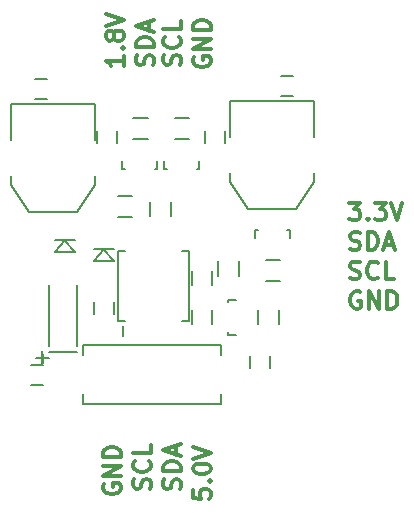
<source format=gbr>
G04 #@! TF.FileFunction,Legend,Top*
%FSLAX46Y46*%
G04 Gerber Fmt 4.6, Leading zero omitted, Abs format (unit mm)*
G04 Created by KiCad (PCBNEW 4.0.2+dfsg1-stable) date Thu 18 Aug 2016 03:04:42 AM CEST*
%MOMM*%
G01*
G04 APERTURE LIST*
%ADD10C,0.100000*%
%ADD11C,0.300000*%
%ADD12C,0.150000*%
G04 APERTURE END LIST*
D10*
D11*
X114058000Y-66122857D02*
X113986571Y-66265714D01*
X113986571Y-66480000D01*
X114058000Y-66694285D01*
X114200857Y-66837143D01*
X114343714Y-66908571D01*
X114629429Y-66980000D01*
X114843714Y-66980000D01*
X115129429Y-66908571D01*
X115272286Y-66837143D01*
X115415143Y-66694285D01*
X115486571Y-66480000D01*
X115486571Y-66337143D01*
X115415143Y-66122857D01*
X115343714Y-66051428D01*
X114843714Y-66051428D01*
X114843714Y-66337143D01*
X115486571Y-65408571D02*
X113986571Y-65408571D01*
X115486571Y-64551428D01*
X113986571Y-64551428D01*
X115486571Y-63837142D02*
X113986571Y-63837142D01*
X113986571Y-63479999D01*
X114058000Y-63265714D01*
X114200857Y-63122856D01*
X114343714Y-63051428D01*
X114629429Y-62979999D01*
X114843714Y-62979999D01*
X115129429Y-63051428D01*
X115272286Y-63122856D01*
X115415143Y-63265714D01*
X115486571Y-63479999D01*
X115486571Y-63837142D01*
X112875143Y-66765714D02*
X112946571Y-66551428D01*
X112946571Y-66194285D01*
X112875143Y-66051428D01*
X112803714Y-65979999D01*
X112660857Y-65908571D01*
X112518000Y-65908571D01*
X112375143Y-65979999D01*
X112303714Y-66051428D01*
X112232286Y-66194285D01*
X112160857Y-66479999D01*
X112089429Y-66622857D01*
X112018000Y-66694285D01*
X111875143Y-66765714D01*
X111732286Y-66765714D01*
X111589429Y-66694285D01*
X111518000Y-66622857D01*
X111446571Y-66479999D01*
X111446571Y-66122857D01*
X111518000Y-65908571D01*
X112803714Y-64408571D02*
X112875143Y-64480000D01*
X112946571Y-64694286D01*
X112946571Y-64837143D01*
X112875143Y-65051428D01*
X112732286Y-65194286D01*
X112589429Y-65265714D01*
X112303714Y-65337143D01*
X112089429Y-65337143D01*
X111803714Y-65265714D01*
X111660857Y-65194286D01*
X111518000Y-65051428D01*
X111446571Y-64837143D01*
X111446571Y-64694286D01*
X111518000Y-64480000D01*
X111589429Y-64408571D01*
X112946571Y-63051428D02*
X112946571Y-63765714D01*
X111446571Y-63765714D01*
X110589143Y-66801428D02*
X110660571Y-66587142D01*
X110660571Y-66229999D01*
X110589143Y-66087142D01*
X110517714Y-66015713D01*
X110374857Y-65944285D01*
X110232000Y-65944285D01*
X110089143Y-66015713D01*
X110017714Y-66087142D01*
X109946286Y-66229999D01*
X109874857Y-66515713D01*
X109803429Y-66658571D01*
X109732000Y-66729999D01*
X109589143Y-66801428D01*
X109446286Y-66801428D01*
X109303429Y-66729999D01*
X109232000Y-66658571D01*
X109160571Y-66515713D01*
X109160571Y-66158571D01*
X109232000Y-65944285D01*
X110660571Y-65301428D02*
X109160571Y-65301428D01*
X109160571Y-64944285D01*
X109232000Y-64730000D01*
X109374857Y-64587142D01*
X109517714Y-64515714D01*
X109803429Y-64444285D01*
X110017714Y-64444285D01*
X110303429Y-64515714D01*
X110446286Y-64587142D01*
X110589143Y-64730000D01*
X110660571Y-64944285D01*
X110660571Y-65301428D01*
X110232000Y-63872857D02*
X110232000Y-63158571D01*
X110660571Y-64015714D02*
X109160571Y-63515714D01*
X110660571Y-63015714D01*
X108120571Y-66011714D02*
X108120571Y-66868857D01*
X108120571Y-66440285D02*
X106620571Y-66440285D01*
X106834857Y-66583142D01*
X106977714Y-66726000D01*
X107049143Y-66868857D01*
X107977714Y-65368857D02*
X108049143Y-65297429D01*
X108120571Y-65368857D01*
X108049143Y-65440286D01*
X107977714Y-65368857D01*
X108120571Y-65368857D01*
X107263429Y-64440285D02*
X107192000Y-64583143D01*
X107120571Y-64654571D01*
X106977714Y-64726000D01*
X106906286Y-64726000D01*
X106763429Y-64654571D01*
X106692000Y-64583143D01*
X106620571Y-64440285D01*
X106620571Y-64154571D01*
X106692000Y-64011714D01*
X106763429Y-63940285D01*
X106906286Y-63868857D01*
X106977714Y-63868857D01*
X107120571Y-63940285D01*
X107192000Y-64011714D01*
X107263429Y-64154571D01*
X107263429Y-64440285D01*
X107334857Y-64583143D01*
X107406286Y-64654571D01*
X107549143Y-64726000D01*
X107834857Y-64726000D01*
X107977714Y-64654571D01*
X108049143Y-64583143D01*
X108120571Y-64440285D01*
X108120571Y-64154571D01*
X108049143Y-64011714D01*
X107977714Y-63940285D01*
X107834857Y-63868857D01*
X107549143Y-63868857D01*
X107406286Y-63940285D01*
X107334857Y-64011714D01*
X107263429Y-64154571D01*
X106620571Y-63440286D02*
X108120571Y-62940286D01*
X106620571Y-62440286D01*
X127214286Y-78428571D02*
X128142857Y-78428571D01*
X127642857Y-79000000D01*
X127857143Y-79000000D01*
X128000000Y-79071429D01*
X128071429Y-79142857D01*
X128142857Y-79285714D01*
X128142857Y-79642857D01*
X128071429Y-79785714D01*
X128000000Y-79857143D01*
X127857143Y-79928571D01*
X127428571Y-79928571D01*
X127285714Y-79857143D01*
X127214286Y-79785714D01*
X128785714Y-79785714D02*
X128857142Y-79857143D01*
X128785714Y-79928571D01*
X128714285Y-79857143D01*
X128785714Y-79785714D01*
X128785714Y-79928571D01*
X129357143Y-78428571D02*
X130285714Y-78428571D01*
X129785714Y-79000000D01*
X130000000Y-79000000D01*
X130142857Y-79071429D01*
X130214286Y-79142857D01*
X130285714Y-79285714D01*
X130285714Y-79642857D01*
X130214286Y-79785714D01*
X130142857Y-79857143D01*
X130000000Y-79928571D01*
X129571428Y-79928571D01*
X129428571Y-79857143D01*
X129357143Y-79785714D01*
X130714285Y-78428571D02*
X131214285Y-79928571D01*
X131714285Y-78428571D01*
X112875143Y-102699428D02*
X112946571Y-102485142D01*
X112946571Y-102127999D01*
X112875143Y-101985142D01*
X112803714Y-101913713D01*
X112660857Y-101842285D01*
X112518000Y-101842285D01*
X112375143Y-101913713D01*
X112303714Y-101985142D01*
X112232286Y-102127999D01*
X112160857Y-102413713D01*
X112089429Y-102556571D01*
X112018000Y-102627999D01*
X111875143Y-102699428D01*
X111732286Y-102699428D01*
X111589429Y-102627999D01*
X111518000Y-102556571D01*
X111446571Y-102413713D01*
X111446571Y-102056571D01*
X111518000Y-101842285D01*
X112946571Y-101199428D02*
X111446571Y-101199428D01*
X111446571Y-100842285D01*
X111518000Y-100628000D01*
X111660857Y-100485142D01*
X111803714Y-100413714D01*
X112089429Y-100342285D01*
X112303714Y-100342285D01*
X112589429Y-100413714D01*
X112732286Y-100485142D01*
X112875143Y-100628000D01*
X112946571Y-100842285D01*
X112946571Y-101199428D01*
X112518000Y-99770857D02*
X112518000Y-99056571D01*
X112946571Y-99913714D02*
X111446571Y-99413714D01*
X112946571Y-98913714D01*
X110335143Y-102663714D02*
X110406571Y-102449428D01*
X110406571Y-102092285D01*
X110335143Y-101949428D01*
X110263714Y-101877999D01*
X110120857Y-101806571D01*
X109978000Y-101806571D01*
X109835143Y-101877999D01*
X109763714Y-101949428D01*
X109692286Y-102092285D01*
X109620857Y-102377999D01*
X109549429Y-102520857D01*
X109478000Y-102592285D01*
X109335143Y-102663714D01*
X109192286Y-102663714D01*
X109049429Y-102592285D01*
X108978000Y-102520857D01*
X108906571Y-102377999D01*
X108906571Y-102020857D01*
X108978000Y-101806571D01*
X110263714Y-100306571D02*
X110335143Y-100378000D01*
X110406571Y-100592286D01*
X110406571Y-100735143D01*
X110335143Y-100949428D01*
X110192286Y-101092286D01*
X110049429Y-101163714D01*
X109763714Y-101235143D01*
X109549429Y-101235143D01*
X109263714Y-101163714D01*
X109120857Y-101092286D01*
X108978000Y-100949428D01*
X108906571Y-100735143D01*
X108906571Y-100592286D01*
X108978000Y-100378000D01*
X109049429Y-100306571D01*
X110406571Y-98949428D02*
X110406571Y-99663714D01*
X108906571Y-99663714D01*
X106438000Y-102274857D02*
X106366571Y-102417714D01*
X106366571Y-102632000D01*
X106438000Y-102846285D01*
X106580857Y-102989143D01*
X106723714Y-103060571D01*
X107009429Y-103132000D01*
X107223714Y-103132000D01*
X107509429Y-103060571D01*
X107652286Y-102989143D01*
X107795143Y-102846285D01*
X107866571Y-102632000D01*
X107866571Y-102489143D01*
X107795143Y-102274857D01*
X107723714Y-102203428D01*
X107223714Y-102203428D01*
X107223714Y-102489143D01*
X107866571Y-101560571D02*
X106366571Y-101560571D01*
X107866571Y-100703428D01*
X106366571Y-100703428D01*
X107866571Y-99989142D02*
X106366571Y-99989142D01*
X106366571Y-99631999D01*
X106438000Y-99417714D01*
X106580857Y-99274856D01*
X106723714Y-99203428D01*
X107009429Y-99131999D01*
X107223714Y-99131999D01*
X107509429Y-99203428D01*
X107652286Y-99274856D01*
X107795143Y-99417714D01*
X107866571Y-99631999D01*
X107866571Y-99989142D01*
X128142857Y-86000000D02*
X128000000Y-85928571D01*
X127785714Y-85928571D01*
X127571429Y-86000000D01*
X127428571Y-86142857D01*
X127357143Y-86285714D01*
X127285714Y-86571429D01*
X127285714Y-86785714D01*
X127357143Y-87071429D01*
X127428571Y-87214286D01*
X127571429Y-87357143D01*
X127785714Y-87428571D01*
X127928571Y-87428571D01*
X128142857Y-87357143D01*
X128214286Y-87285714D01*
X128214286Y-86785714D01*
X127928571Y-86785714D01*
X128857143Y-87428571D02*
X128857143Y-85928571D01*
X129714286Y-87428571D01*
X129714286Y-85928571D01*
X130428572Y-87428571D02*
X130428572Y-85928571D01*
X130785715Y-85928571D01*
X131000000Y-86000000D01*
X131142858Y-86142857D01*
X131214286Y-86285714D01*
X131285715Y-86571429D01*
X131285715Y-86785714D01*
X131214286Y-87071429D01*
X131142858Y-87214286D01*
X131000000Y-87357143D01*
X130785715Y-87428571D01*
X130428572Y-87428571D01*
X127285714Y-84857143D02*
X127500000Y-84928571D01*
X127857143Y-84928571D01*
X128000000Y-84857143D01*
X128071429Y-84785714D01*
X128142857Y-84642857D01*
X128142857Y-84500000D01*
X128071429Y-84357143D01*
X128000000Y-84285714D01*
X127857143Y-84214286D01*
X127571429Y-84142857D01*
X127428571Y-84071429D01*
X127357143Y-84000000D01*
X127285714Y-83857143D01*
X127285714Y-83714286D01*
X127357143Y-83571429D01*
X127428571Y-83500000D01*
X127571429Y-83428571D01*
X127928571Y-83428571D01*
X128142857Y-83500000D01*
X129642857Y-84785714D02*
X129571428Y-84857143D01*
X129357142Y-84928571D01*
X129214285Y-84928571D01*
X129000000Y-84857143D01*
X128857142Y-84714286D01*
X128785714Y-84571429D01*
X128714285Y-84285714D01*
X128714285Y-84071429D01*
X128785714Y-83785714D01*
X128857142Y-83642857D01*
X129000000Y-83500000D01*
X129214285Y-83428571D01*
X129357142Y-83428571D01*
X129571428Y-83500000D01*
X129642857Y-83571429D01*
X131000000Y-84928571D02*
X130285714Y-84928571D01*
X130285714Y-83428571D01*
X127285714Y-82357143D02*
X127500000Y-82428571D01*
X127857143Y-82428571D01*
X128000000Y-82357143D01*
X128071429Y-82285714D01*
X128142857Y-82142857D01*
X128142857Y-82000000D01*
X128071429Y-81857143D01*
X128000000Y-81785714D01*
X127857143Y-81714286D01*
X127571429Y-81642857D01*
X127428571Y-81571429D01*
X127357143Y-81500000D01*
X127285714Y-81357143D01*
X127285714Y-81214286D01*
X127357143Y-81071429D01*
X127428571Y-81000000D01*
X127571429Y-80928571D01*
X127928571Y-80928571D01*
X128142857Y-81000000D01*
X128785714Y-82428571D02*
X128785714Y-80928571D01*
X129142857Y-80928571D01*
X129357142Y-81000000D01*
X129500000Y-81142857D01*
X129571428Y-81285714D01*
X129642857Y-81571429D01*
X129642857Y-81785714D01*
X129571428Y-82071429D01*
X129500000Y-82214286D01*
X129357142Y-82357143D01*
X129142857Y-82428571D01*
X128785714Y-82428571D01*
X130214285Y-82000000D02*
X130928571Y-82000000D01*
X130071428Y-82428571D02*
X130571428Y-80928571D01*
X131071428Y-82428571D01*
X113986571Y-102743142D02*
X113986571Y-103457428D01*
X114700857Y-103528857D01*
X114629429Y-103457428D01*
X114558000Y-103314571D01*
X114558000Y-102957428D01*
X114629429Y-102814571D01*
X114700857Y-102743142D01*
X114843714Y-102671714D01*
X115200857Y-102671714D01*
X115343714Y-102743142D01*
X115415143Y-102814571D01*
X115486571Y-102957428D01*
X115486571Y-103314571D01*
X115415143Y-103457428D01*
X115343714Y-103528857D01*
X115343714Y-102028857D02*
X115415143Y-101957429D01*
X115486571Y-102028857D01*
X115415143Y-102100286D01*
X115343714Y-102028857D01*
X115486571Y-102028857D01*
X113986571Y-101028857D02*
X113986571Y-100886000D01*
X114058000Y-100743143D01*
X114129429Y-100671714D01*
X114272286Y-100600285D01*
X114558000Y-100528857D01*
X114915143Y-100528857D01*
X115200857Y-100600285D01*
X115343714Y-100671714D01*
X115415143Y-100743143D01*
X115486571Y-100886000D01*
X115486571Y-101028857D01*
X115415143Y-101171714D01*
X115343714Y-101243143D01*
X115200857Y-101314571D01*
X114915143Y-101386000D01*
X114558000Y-101386000D01*
X114272286Y-101314571D01*
X114129429Y-101243143D01*
X114058000Y-101171714D01*
X113986571Y-101028857D01*
X113986571Y-100100286D02*
X115486571Y-99600286D01*
X113986571Y-99100286D01*
D12*
X103073200Y-81641760D02*
X103974000Y-82642520D01*
X103974000Y-82642520D02*
X102274000Y-82642520D01*
X102274000Y-82642520D02*
X103124000Y-81641760D01*
X103974000Y-81641760D02*
X102274000Y-81641760D01*
X107530000Y-73382000D02*
X107530000Y-72382000D01*
X105830000Y-72382000D02*
X105830000Y-73382000D01*
X108174840Y-75598020D02*
X108223100Y-75598020D01*
X110973820Y-74896980D02*
X110973820Y-75598020D01*
X110973820Y-75598020D02*
X110724900Y-75598020D01*
X108174840Y-75598020D02*
X107974180Y-75598020D01*
X107974180Y-75598020D02*
X107974180Y-74896980D01*
X111730840Y-75580240D02*
X111779100Y-75580240D01*
X114529820Y-74879200D02*
X114529820Y-75580240D01*
X114529820Y-75580240D02*
X114280900Y-75580240D01*
X111730840Y-75580240D02*
X111530180Y-75580240D01*
X111530180Y-75580240D02*
X111530180Y-74879200D01*
X105664000Y-73152000D02*
X105664000Y-70104000D01*
X105664000Y-70104000D02*
X98552000Y-70104000D01*
X98552000Y-70104000D02*
X98552000Y-73152000D01*
X105664000Y-76200000D02*
X105664000Y-76962000D01*
X105664000Y-76962000D02*
X104140000Y-79248000D01*
X104140000Y-79248000D02*
X100076000Y-79248000D01*
X100076000Y-79248000D02*
X98552000Y-76962000D01*
X98552000Y-76962000D02*
X98552000Y-76200000D01*
X124206000Y-72898000D02*
X124206000Y-69850000D01*
X124206000Y-69850000D02*
X117094000Y-69850000D01*
X117094000Y-69850000D02*
X117094000Y-72898000D01*
X124206000Y-75946000D02*
X124206000Y-76708000D01*
X124206000Y-76708000D02*
X122682000Y-78994000D01*
X122682000Y-78994000D02*
X118618000Y-78994000D01*
X118618000Y-78994000D02*
X117094000Y-76708000D01*
X117094000Y-76708000D02*
X117094000Y-75946000D01*
X104640380Y-95463360D02*
X116339620Y-95463360D01*
X116339620Y-90464640D02*
X104640380Y-90464640D01*
X116339620Y-95463360D02*
X116339620Y-94615000D01*
X116339620Y-90464640D02*
X116339620Y-91313000D01*
X104640380Y-95463360D02*
X104640380Y-94615000D01*
X104640380Y-90464640D02*
X104640380Y-91313000D01*
X106375200Y-82403760D02*
X107276000Y-83404520D01*
X107276000Y-83404520D02*
X105576000Y-83404520D01*
X105576000Y-83404520D02*
X106426000Y-82403760D01*
X107276000Y-82403760D02*
X105576000Y-82403760D01*
X100250000Y-93850000D02*
X101250000Y-93850000D01*
X101250000Y-92150000D02*
X100250000Y-92150000D01*
X118784000Y-91448000D02*
X118784000Y-92448000D01*
X120484000Y-92448000D02*
X120484000Y-91448000D01*
X105576000Y-86876000D02*
X105576000Y-87876000D01*
X107276000Y-87876000D02*
X107276000Y-86876000D01*
X101592000Y-67984000D02*
X100592000Y-67984000D01*
X100592000Y-69684000D02*
X101592000Y-69684000D01*
X114974000Y-72398000D02*
X114974000Y-73398000D01*
X116674000Y-73398000D02*
X116674000Y-72398000D01*
X122420000Y-67730000D02*
X121420000Y-67730000D01*
X121420000Y-69430000D02*
X122420000Y-69430000D01*
X108940000Y-71261000D02*
X110140000Y-71261000D01*
X110140000Y-73011000D02*
X108940000Y-73011000D01*
X113875000Y-88738000D02*
X113875000Y-87538000D01*
X115625000Y-87538000D02*
X115625000Y-88738000D01*
X117875000Y-83408000D02*
X117875000Y-84608000D01*
X116125000Y-84608000D02*
X116125000Y-83408000D01*
X112125000Y-78400000D02*
X112125000Y-79600000D01*
X110375000Y-79600000D02*
X110375000Y-78400000D01*
X107650000Y-77875000D02*
X108850000Y-77875000D01*
X108850000Y-79625000D02*
X107650000Y-79625000D01*
X112430000Y-71261000D02*
X113630000Y-71261000D01*
X113630000Y-73011000D02*
X112430000Y-73011000D01*
X115625000Y-84236000D02*
X115625000Y-85436000D01*
X113875000Y-85436000D02*
X113875000Y-84236000D01*
X122027160Y-80713760D02*
X121978900Y-80713760D01*
X119228180Y-81414800D02*
X119228180Y-80713760D01*
X119228180Y-80713760D02*
X119477100Y-80713760D01*
X122027160Y-80713760D02*
X122227820Y-80713760D01*
X122227820Y-80713760D02*
X122227820Y-81414800D01*
X116951760Y-86838840D02*
X116951760Y-86887100D01*
X117652800Y-89637820D02*
X116951760Y-89637820D01*
X116951760Y-89637820D02*
X116951760Y-89388900D01*
X116951760Y-86838840D02*
X116951760Y-86638180D01*
X116951760Y-86638180D02*
X117652800Y-86638180D01*
X121328000Y-85033000D02*
X120128000Y-85033000D01*
X120128000Y-83283000D02*
X121328000Y-83283000D01*
X121271000Y-87538000D02*
X121271000Y-88738000D01*
X119521000Y-88738000D02*
X119521000Y-87538000D01*
X107617000Y-88500000D02*
X108217000Y-88500000D01*
X107617000Y-82500000D02*
X108217000Y-82500000D01*
X113017000Y-82500000D02*
X113617000Y-82500000D01*
X113617000Y-88500000D02*
X113017000Y-88500000D01*
X107617000Y-88500000D02*
X107617000Y-82500000D01*
X113617000Y-88500000D02*
X113617000Y-82500000D01*
X108017000Y-88900000D02*
X108017000Y-89700000D01*
X104198880Y-90600960D02*
X104198880Y-85399040D01*
X101801120Y-85399040D02*
X101801120Y-90600960D01*
X100701300Y-91599180D02*
X101801120Y-91599180D01*
X101201680Y-92198620D02*
X101201680Y-90999740D01*
X101801120Y-91096260D02*
X104198880Y-91096260D01*
X101270569Y-91980132D02*
X101270569Y-91218227D01*
X101651521Y-91599179D02*
X100889616Y-91599179D01*
M02*

</source>
